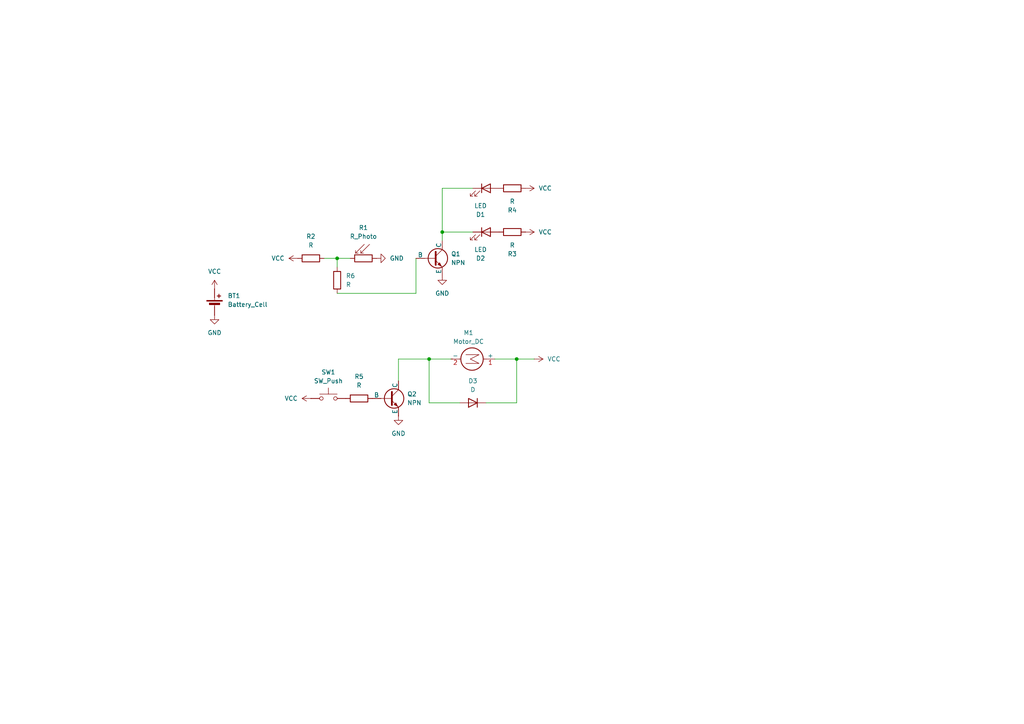
<source format=kicad_sch>
(kicad_sch (version 20231120) (generator "eeschema") (generator_version "8.0")
  (paper "A4")
  (lib_symbols
    (symbol "Device:Battery_Cell" (pin_numbers hide) (pin_names (offset 0) hide)
      (property "Reference" "BT" (at 2.54 2.54 0))
      (property "Value" "Battery_Cell" (at 2.54 0 0))
      (symbol "Battery_Cell_0_1"
        (rectangle (start -2.286 1.778) (end 2.286 1.524) (fill (type outline)))
        (rectangle (start -1.524 1.016) (end 1.524 0.508) (fill (type outline)))
        (polyline (pts (xy 0 0.762) (xy 0 0)))
        (polyline (pts (xy 0 1.778) (xy 0 2.54)))
        (polyline (pts (xy 0.762 3.048) (xy 1.778 3.048)) (stroke (width 0.254)))
        (polyline (pts (xy 1.27 3.556) (xy 1.27 2.54)) (stroke (width 0.254)))
      )
      (symbol "Battery_Cell_1_1"
        (pin passive line (at 0 5.08 270) (length 2.54) (name "+") (number "1"))
        (pin passive line (at 0 -2.54 90) (length 2.54) (name "-") (number "2"))
      )
    )
    (symbol "Device:D" (pin_numbers hide) (pin_names (offset 1.016) hide)
      (property "Reference" "D" (at 0 2.54 0))
      (property "Value" "D" (at 0 -2.54 0))
      (symbol "D_0_1"
        (polyline (pts (xy -1.27 1.27) (xy -1.27 -1.27)) (stroke (width 0.254)))
        (polyline (pts (xy 1.27 0) (xy -1.27 0)))
        (polyline (pts (xy 1.27 1.27) (xy 1.27 -1.27) (xy -1.27 0) (xy 1.27 1.27)) (stroke (width 0.254)))
      )
      (symbol "D_1_1"
        (pin passive line (at -3.81 0 0) (length 2.54) (name "K") (number "1"))
        (pin passive line (at 3.81 0 180) (length 2.54) (name "A") (number "2"))
      )
    )
    (symbol "Device:LED" (pin_numbers hide) (pin_names (offset 1.016) hide)
      (property "Reference" "D" (at 0 2.54 0))
      (property "Value" "LED" (at 0 -2.54 0))
      (symbol "LED_0_1"
        (polyline (pts (xy -1.27 -1.27) (xy -1.27 1.27)) (stroke (width 0.254)))
        (polyline (pts (xy -1.27 0) (xy 1.27 0)))
        (polyline (pts (xy 1.27 -1.27) (xy 1.27 1.27) (xy -1.27 0) (xy 1.27 -1.27)) (stroke (width 0.254)))
        (polyline (pts (xy -3.048 -0.762) (xy -4.572 -2.286) (xy -3.81 -2.286) (xy -4.572 -2.286) (xy -4.572 -1.524)))
        (polyline (pts (xy -1.778 -0.762) (xy -3.302 -2.286) (xy -2.54 -2.286) (xy -3.302 -2.286) (xy -3.302 -1.524)))
      )
      (symbol "LED_1_1"
        (pin passive line (at -3.81 0 0) (length 2.54) (name "K") (number "1"))
        (pin passive line (at 3.81 0 180) (length 2.54) (name "A") (number "2"))
      )
    )
    (symbol "Device:R" (pin_numbers hide) (pin_names (offset 0))
      (property "Reference" "R" (at 2.032 0 90))
      (property "Value" "R" (at 0 0 90))
      (symbol "R_0_1"
        (rectangle (start -1.016 -2.54) (end 1.016 2.54) (stroke (width 0.254)))
      )
      (symbol "R_1_1"
        (pin passive line (at 0 3.81 270) (length 1.27) (name "~") (number "1"))
        (pin passive line (at 0 -3.81 90) (length 1.27) (name "~") (number "2"))
      )
    )
    (symbol "Device:R_Photo" (pin_numbers hide) (pin_names (offset 0))
      (property "Reference" "R" (at 1.27 1.27 0))
      (property "Value" "R_Photo" (at 1.27 0 0))
      (symbol "R_Photo_0_1"
        (rectangle (start -1.016 2.54) (end 1.016 -2.54) (stroke (width 0.254)))
        (polyline (pts (xy -1.524 -2.286) (xy -4.064 0.254)))
        (polyline (pts (xy -1.524 -2.286) (xy -2.286 -2.286)))
        (polyline (pts (xy -1.524 -2.286) (xy -1.524 -1.524)))
        (polyline (pts (xy -1.524 -0.762) (xy -4.064 1.778)))
        (polyline (pts (xy -1.524 -0.762) (xy -2.286 -0.762)))
        (polyline (pts (xy -1.524 -0.762) (xy -1.524 0)))
      )
      (symbol "R_Photo_1_1"
        (pin passive line (at 0 3.81 270) (length 1.27) (name "~") (number "1"))
        (pin passive line (at 0 -3.81 90) (length 1.27) (name "~") (number "2"))
      )
    )
    (symbol "Motor:Motor_DC" (pin_names (offset 0))
      (property "Reference" "M" (at 2.54 2.54 0))
      (property "Value" "Motor_DC" (at 2.54 -5.08 0))
      (symbol "Motor_DC_0_0"
        (polyline (pts (xy -1.27 -3.302) (xy -1.27 0.508) (xy 0 -2.032) (xy 1.27 0.508) (xy 1.27 -3.302)))
      )
      (symbol "Motor_DC_0_1"
        (circle (center 0 -1.524) (radius 3.2512) (stroke (width 0.254)))
        (polyline (pts (xy 0 -7.62) (xy 0 -7.112)))
        (polyline (pts (xy 0 -4.7752) (xy 0 -5.1816)))
        (polyline (pts (xy 0 1.7272) (xy 0 2.0828)))
        (polyline (pts (xy 0 2.032) (xy 0 2.54)))
      )
      (symbol "Motor_DC_1_1"
        (pin passive line (at 0 5.08 270) (length 2.54) (name "+") (number "1"))
        (pin passive line (at 0 -7.62 90) (length 2.54) (name "-") (number "2"))
      )
    )
    (symbol "Simulation_SPICE:NPN" (pin_numbers hide) (pin_names (offset 0))
      (property "Reference" "Q" (at -2.54 7.62 0))
      (property "Value" "NPN" (at -2.54 5.08 0))
      (symbol "NPN_0_1"
        (polyline (pts (xy -2.54 0) (xy 0.635 0)) (stroke (width 0.1524)))
        (polyline (pts (xy 0.635 0.635) (xy 2.54 2.54)))
        (polyline (pts (xy 2.794 -1.27) (xy 2.794 -1.27)) (stroke (width 0.1524)))
        (polyline (pts (xy 2.794 -1.27) (xy 2.794 -1.27)) (stroke (width 0.1524)))
        (polyline (pts (xy 0.635 -0.635) (xy 2.54 -2.54) (xy 2.54 -2.54)))
        (polyline (pts (xy 0.635 1.905) (xy 0.635 -1.905) (xy 0.635 -1.905)) (stroke (width 0.508)))
        (polyline (pts (xy 1.27 -1.778) (xy 1.778 -1.27) (xy 2.286 -2.286) (xy 1.27 -1.778) (xy 1.27 -1.778)) (fill (type outline)))
        (circle (center 1.27 0) (radius 2.8194) (stroke (width 0.254)))
      )
      (symbol "NPN_1_1"
        (pin open_collector line (at 2.54 5.08 270) (length 2.54) (name "C") (number "1"))
        (pin input line (at -5.08 0 0) (length 2.54) (name "B") (number "2"))
        (pin open_emitter line (at 2.54 -5.08 90) (length 2.54) (name "E") (number "3"))
      )
    )
    (symbol "Switch:SW_Push" (pin_numbers hide) (pin_names (offset 1.016) hide)
      (property "Reference" "SW" (at 1.27 2.54 0))
      (property "Value" "SW_Push" (at 0 -1.524 0))
      (symbol "SW_Push_0_1"
        (circle (center -2.032 0) (radius 0.508))
        (polyline (pts (xy 0 1.27) (xy 0 3.048)))
        (polyline (pts (xy 2.54 1.27) (xy -2.54 1.27)))
        (circle (center 2.032 0) (radius 0.508))
        (pin passive line (at -5.08 0 0) (length 2.54) (name "1") (number "1"))
        (pin passive line (at 5.08 0 180) (length 2.54) (name "2") (number "2"))
      )
    )
    (symbol "power:GND" (power) (pin_numbers hide) (pin_names (offset 0) hide)
      (property "Value" "GND" (at 0 -3.81 0))
      (symbol "GND_0_1"
        (polyline (pts (xy 0 0) (xy 0 -1.27) (xy 1.27 -1.27) (xy 0 -2.54) (xy -1.27 -1.27) (xy 0 -1.27)))
      )
      (symbol "GND_1_1"
        (pin power_in line (at 0 0 270) (length 0) (name "~") (number "1"))
      )
    )
    (symbol "power:VCC" (power) (pin_numbers hide) (pin_names (offset 0) hide)
      (property "Value" "VCC" (at 0 3.556 0))
      (symbol "VCC_0_1"
        (polyline (pts (xy -0.762 1.27) (xy 0 2.54)))
        (polyline (pts (xy 0 0) (xy 0 2.54)))
        (polyline (pts (xy 0 2.54) (xy 0.762 1.27)))
      )
      (symbol "VCC_1_1"
        (pin power_in line (at 0 0 90) (length 0) (name "~") (number "1"))
      )
    )
  )
  (junction (at 128.27 67.31))
  (junction (at 149.86 104.14))
  (junction (at 124.46 104.14))
  (junction (at 97.79 74.93))
  (wire (pts (xy 120.65 85.09) (xy 120.65 74.93)))
  (wire (pts (xy 128.27 67.31) (xy 128.27 54.61)))
  (wire (pts (xy 128.27 54.61) (xy 137.16 54.61)))
  (wire (pts (xy 97.79 85.09) (xy 120.65 85.09)))
  (wire (pts (xy 128.27 69.85) (xy 128.27 67.31)))
  (wire (pts (xy 149.86 116.84) (xy 140.97 116.84)))
  (wire (pts (xy 130.81 104.14) (xy 124.46 104.14)))
  (wire (pts (xy 149.86 104.14) (xy 149.86 116.84)))
  (wire (pts (xy 124.46 116.84) (xy 124.46 104.14)))
  (wire (pts (xy 97.79 74.93) (xy 101.6 74.93)))
  (wire (pts (xy 115.57 104.14) (xy 115.57 110.49)))
  (wire (pts (xy 149.86 104.14) (xy 143.51 104.14)))
  (wire (pts (xy 124.46 104.14) (xy 115.57 104.14)))
  (wire (pts (xy 133.35 116.84) (xy 124.46 116.84)))
  (wire (pts (xy 97.79 74.93) (xy 97.79 77.47)))
  (wire (pts (xy 128.27 67.31) (xy 137.16 67.31)))
  (wire (pts (xy 154.94 104.14) (xy 149.86 104.14)))
  (wire (pts (xy 93.98 74.93) (xy 97.79 74.93)))
  (symbol (lib_id "power:VCC") (at 152.4 67.31 270) (unit 1)
    (property "Reference" "#PWR06" (effects (hide yes)))
    (property "Value" "VCC" (at 156.21 67.3099 90) (effects (justify left)))
    (property "Description" "Power symbol creates a global label with name \"VCC\"" (effects (hide yes)))
  )
  (symbol (lib_id "power:VCC") (at 152.4 54.61 270) (unit 1)
    (property "Reference" "#PWR05" (effects (hide yes)))
    (property "Value" "VCC" (at 156.21 54.6099 90) (effects (justify left)))
    (property "Description" "Power symbol creates a global label with name \"VCC\"" (effects (hide yes)))
  )
  (symbol (lib_id "Device:LED") (at 140.97 67.31 0) (unit 1)
    (property "Reference" "D2" (at 139.3825 74.93 0))
    (property "Value" "LED" (at 139.3825 72.39 0))
    (property "Footprint" "LED_THT:LED_D5.0mm" (effects (hide yes)))
    (property "Description" "Light emitting diode" (effects (hide yes)))
  )
  (symbol (lib_id "Device:Battery_Cell") (at 62.23 88.9 0) (unit 1)
    (property "Reference" "BT1" (at 66.04 85.7884 0) (effects (justify left)))
    (property "Value" "Battery_Cell" (at 66.04 88.3284 0) (effects (justify left)))
    (property "Footprint" "Battery:BatteryHolder_Keystone_3034_1x20mm" (effects (hide yes)))
    (property "Description" "Single-cell battery" (effects (hide yes)))
  )
  (symbol (lib_id "Device:D") (at 137.16 116.84 180) (unit 1)
    (property "Reference" "D3" (at 137.16 110.49 0))
    (property "Value" "D" (at 137.16 113.03 0))
    (property "Footprint" "Diode_THT:D_DO-35_SOD27_P7.62mm_Horizontal" (effects (hide yes)))
    (property "Description" "Diode" (effects (hide yes)))
    (property "Sim.Device" "D" (effects (hide yes)))
    (property "Sim.Pins" "1=K 2=A" (effects (hide yes)))
  )
  (symbol (lib_id "Switch:SW_Push") (at 95.25 115.57 0) (unit 1)
    (property "Reference" "SW1" (at 95.25 107.95 0))
    (property "Value" "SW_Push" (at 95.25 110.49 0))
    (property "Footprint" "Button_Switch_THT:SW_PUSH_6mm" (effects (hide yes)))
    (property "Description" "Push button switch, generic, two pins" (effects (hide yes)))
  )
  (symbol (lib_id "Device:R") (at 148.59 67.31 270) (unit 1)
    (property "Reference" "R3" (at 148.59 73.66 90))
    (property "Value" "R" (at 148.59 71.12 90))
    (property "Footprint" "Resistor_THT:R_Axial_DIN0207_L6.3mm_D2.5mm_P7.62mm_Horizontal" (effects (hide yes)))
    (property "Description" "Resistor" (effects (hide yes)))
  )
  (symbol (lib_id "power:GND") (at 109.22 74.93 90) (unit 1)
    (property "Reference" "#PWR010" (effects (hide yes)))
    (property "Value" "GND" (at 113.03 74.9299 90) (effects (justify right)))
    (property "Description" "Power symbol creates a global label with name \"GND\" , ground" (effects (hide yes)))
  )
  (symbol (lib_id "Device:R") (at 90.17 74.93 270) (unit 1)
    (property "Reference" "R2" (at 90.17 68.58 90))
    (property "Value" "R" (at 90.17 71.12 90))
    (property "Footprint" "Resistor_THT:R_Axial_DIN0207_L6.3mm_D2.5mm_P7.62mm_Horizontal" (effects (hide yes)))
    (property "Description" "Resistor" (effects (hide yes)))
  )
  (symbol (lib_id "power:GND") (at 115.57 120.65 0) (unit 1)
    (property "Reference" "#PWR08" (effects (hide yes)))
    (property "Value" "GND" (at 115.57 125.73 0))
    (property "Description" "Power symbol creates a global label with name \"GND\" , ground" (effects (hide yes)))
  )
  (symbol (lib_id "power:GND") (at 128.27 80.01 0) (unit 1)
    (property "Reference" "#PWR04" (effects (hide yes)))
    (property "Value" "GND" (at 128.27 85.09 0))
    (property "Description" "Power symbol creates a global label with name \"GND\" , ground" (effects (hide yes)))
  )
  (symbol (lib_id "Device:R") (at 97.79 81.28 0) (unit 1)
    (property "Reference" "R6" (at 100.33 80.0099 0) (effects (justify left)))
    (property "Value" "R" (at 100.33 82.5499 0) (effects (justify left)))
    (property "Footprint" "Resistor_THT:R_Axial_DIN0207_L6.3mm_D2.5mm_P7.62mm_Horizontal" (effects (hide yes)))
    (property "Description" "Resistor" (effects (hide yes)))
  )
  (symbol (lib_id "Device:R") (at 148.59 54.61 270) (unit 1)
    (property "Reference" "R4" (at 148.59 60.96 90))
    (property "Value" "R" (at 148.59 58.42 90))
    (property "Footprint" "Resistor_THT:R_Axial_DIN0207_L6.3mm_D2.5mm_P7.62mm_Horizontal" (effects (hide yes)))
    (property "Description" "Resistor" (effects (hide yes)))
  )
  (symbol (lib_id "Device:LED") (at 140.97 54.61 0) (unit 1)
    (property "Reference" "D1" (at 139.3825 62.23 0))
    (property "Value" "LED" (at 139.3825 59.69 0))
    (property "Footprint" "LED_THT:LED_D5.0mm" (effects (hide yes)))
    (property "Description" "Light emitting diode" (effects (hide yes)))
  )
  (symbol (lib_id "power:VCC") (at 154.94 104.14 270) (unit 1)
    (property "Reference" "#PWR09" (effects (hide yes)))
    (property "Value" "VCC" (at 158.75 104.1399 90) (effects (justify left)))
    (property "Description" "Power symbol creates a global label with name \"VCC\"" (effects (hide yes)))
  )
  (symbol (lib_id "Device:R") (at 104.14 115.57 90) (unit 1)
    (property "Reference" "R5" (at 104.14 109.22 90))
    (property "Value" "R" (at 104.14 111.76 90))
    (property "Footprint" "Resistor_THT:R_Axial_DIN0207_L6.3mm_D2.5mm_P7.62mm_Horizontal" (effects (hide yes)))
    (property "Description" "Resistor" (effects (hide yes)))
  )
  (symbol (lib_id "power:VCC") (at 86.36 74.93 90) (unit 1)
    (property "Reference" "#PWR03" (effects (hide yes)))
    (property "Value" "VCC" (at 82.55 74.9299 90) (effects (justify left)))
    (property "Description" "Power symbol creates a global label with name \"VCC\"" (effects (hide yes)))
  )
  (symbol (lib_id "Simulation_SPICE:NPN") (at 113.03 115.57 0) (unit 1)
    (property "Reference" "Q2" (at 118.11 114.2999 0) (effects (justify left)))
    (property "Value" "NPN" (at 118.11 116.8399 0) (effects (justify left)))
    (property "Footprint" "Package_TO_SOT_THT:TO-92L_HandSolder" (effects (hide yes)))
    (property "Datasheet" "https://ngspice.sourceforge.io/docs/ngspice-html-manual/manual.xhtml#cha_BJTs" (effects (hide yes)))
    (property "Description" "Bipolar transistor symbol for simulation only, substrate tied to the emitter" (effects (hide yes)))
    (property "Sim.Device" "NPN" (effects (hide yes)))
    (property "Sim.Type" "GUMMELPOON" (effects (hide yes)))
    (property "Sim.Pins" "1=C 2=B 3=E" (effects (hide yes)))
  )
  (symbol (lib_id "Device:R_Photo") (at 105.41 74.93 270) (unit 1)
    (property "Reference" "R1" (at 105.41 66.04 90))
    (property "Value" "R_Photo" (at 105.41 68.58 90))
    (property "Footprint" "OptoDevice:R_LDR_5.1x4.3mm_P3.4mm_Vertical" (effects (hide yes)))
    (property "Description" "Photoresistor" (effects (hide yes)))
  )
  (symbol (lib_id "power:GND") (at 62.23 91.44 0) (unit 1)
    (property "Reference" "#PWR01" (effects (hide yes)))
    (property "Value" "GND" (at 62.23 96.52 0))
    (property "Description" "Power symbol creates a global label with name \"GND\" , ground" (effects (hide yes)))
  )
  (symbol (lib_id "power:VCC") (at 62.23 83.82 0) (unit 1)
    (property "Reference" "#PWR02" (effects (hide yes)))
    (property "Value" "VCC" (at 62.23 78.74 0))
    (property "Description" "Power symbol creates a global label with name \"VCC\"" (effects (hide yes)))
  )
  (symbol (lib_id "Motor:Motor_DC") (at 138.43 104.14 270) (unit 1)
    (property "Reference" "M1" (at 135.89 96.52 90))
    (property "Value" "Motor_DC" (at 135.89 99.06 90))
    (property "Footprint" "Connector_PinHeader_2.54mm:PinHeader_1x02_P2.54mm_Vertical" (effects (hide yes)))
    (property "Description" "DC Motor" (effects (hide yes)))
  )
  (symbol (lib_id "power:VCC") (at 90.17 115.57 90) (unit 1)
    (property "Reference" "#PWR07" (effects (hide yes)))
    (property "Value" "VCC" (at 86.36 115.5699 90) (effects (justify left)))
    (property "Description" "Power symbol creates a global label with name \"VCC\"" (effects (hide yes)))
  )
  (symbol (lib_id "Simulation_SPICE:NPN") (at 125.73 74.93 0) (unit 1)
    (property "Reference" "Q1" (at 130.81 73.6599 0) (effects (justify left)))
    (property "Value" "NPN" (at 130.81 76.1999 0) (effects (justify left)))
    (property "Footprint" "Package_TO_SOT_THT:TO-92L_HandSolder" (effects (hide yes)))
    (property "Datasheet" "https://ngspice.sourceforge.io/docs/ngspice-html-manual/manual.xhtml#cha_BJTs" (effects (hide yes)))
    (property "Description" "Bipolar transistor symbol for simulation only, substrate tied to the emitter" (effects (hide yes)))
    (property "Sim.Device" "NPN" (effects (hide yes)))
    (property "Sim.Type" "GUMMELPOON" (effects (hide yes)))
    (property "Sim.Pins" "1=C 2=B 3=E" (effects (hide yes)))
  )
)
</source>
